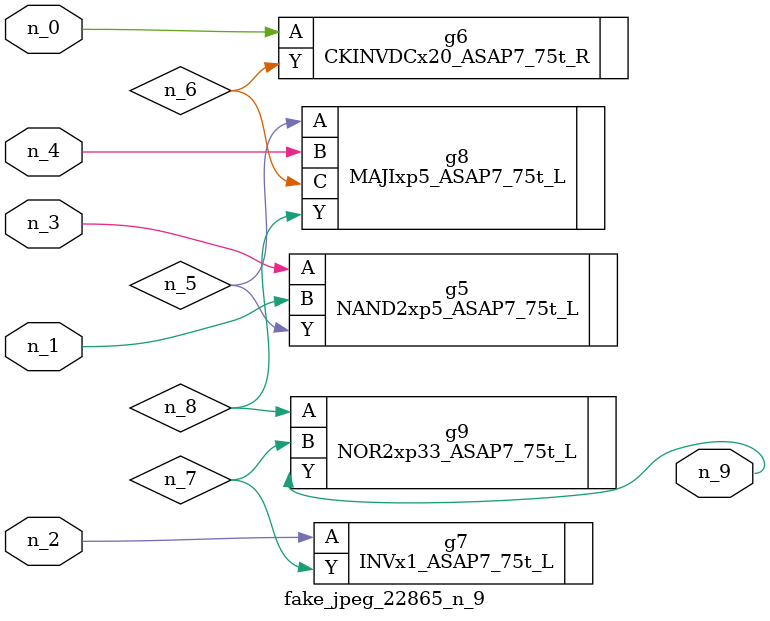
<source format=v>
module fake_jpeg_22865_n_9 (n_3, n_2, n_1, n_0, n_4, n_9);

input n_3;
input n_2;
input n_1;
input n_0;
input n_4;

output n_9;

wire n_8;
wire n_6;
wire n_5;
wire n_7;

NAND2xp5_ASAP7_75t_L g5 ( 
.A(n_3),
.B(n_1),
.Y(n_5)
);

CKINVDCx20_ASAP7_75t_R g6 ( 
.A(n_0),
.Y(n_6)
);

INVx1_ASAP7_75t_L g7 ( 
.A(n_2),
.Y(n_7)
);

MAJIxp5_ASAP7_75t_L g8 ( 
.A(n_5),
.B(n_4),
.C(n_6),
.Y(n_8)
);

NOR2xp33_ASAP7_75t_L g9 ( 
.A(n_8),
.B(n_7),
.Y(n_9)
);


endmodule
</source>
